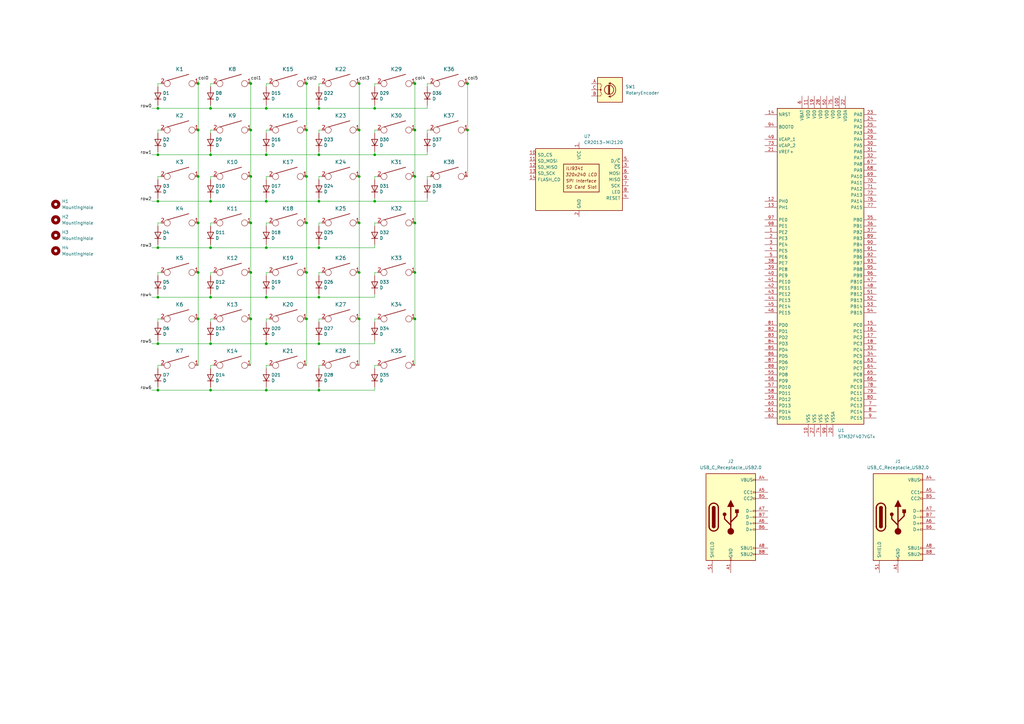
<source format=kicad_sch>
(kicad_sch (version 20211123) (generator eeschema)
  (paper "A3")
  (lib_symbols
    (symbol "Connector:USB_C_Receptacle_USB2.0" (pin_names (offset 1.016))
      (property "Reference" "J" (at -10.16 19.05 0))
      (property "Value" "USB_C_Receptacle_USB2.0" (at 19.05 19.05 0))
      (symbol "USB_C_Receptacle_USB2.0_0_0"
        (rectangle (start -0.254 -17.78) (end 0.254 -16.764))
        (rectangle (start 10.16 -14.986) (end 9.144 -15.494))
        (rectangle (start 10.16 -12.446) (end 9.144 -12.954))
        (rectangle (start 10.16 -4.826) (end 9.144 -5.334))
        (rectangle (start 10.16 -2.286) (end 9.144 -2.794))
        (rectangle (start 10.16 0.254) (end 9.144 -0.254))
        (rectangle (start 10.16 2.794) (end 9.144 2.286))
        (rectangle (start 10.16 7.874) (end 9.144 7.366))
        (rectangle (start 10.16 10.414) (end 9.144 9.906))
        (rectangle (start 10.16 15.494) (end 9.144 14.986))
      )
      (symbol "USB_C_Receptacle_USB2.0_0_1"
        (rectangle (start -10.16 17.78) (end 10.16 -17.78) (stroke (width 0.254)) (fill (type background)))
        (arc (start -8.89 -3.81) (mid -6.985 -5.715) (end -5.08 -3.81) (stroke (width 0.508)))
        (arc (start -7.62 -3.81) (mid -6.985 -4.445) (end -6.35 -3.81) (stroke (width 0.254)))
        (arc (start -7.62 -3.81) (mid -6.985 -4.445) (end -6.35 -3.81) (stroke (width 0.254)) (fill (type outline)))
        (rectangle (start -7.62 -3.81) (end -6.35 3.81) (stroke (width 0.254)) (fill (type outline)))
        (arc (start -6.35 3.81) (mid -6.985 4.445) (end -7.62 3.81) (stroke (width 0.254)))
        (arc (start -6.35 3.81) (mid -6.985 4.445) (end -7.62 3.81) (stroke (width 0.254)) (fill (type outline)))
        (arc (start -5.08 3.81) (mid -6.985 5.715) (end -8.89 3.81) (stroke (width 0.508)))
        (circle (center -2.54 1.143) (radius 0.635) (stroke (width 0.254)) (fill (type outline)))
        (circle (center 0 -5.842) (radius 1.27) (fill (type outline)))
        (polyline (pts (xy -8.89 -3.81) (xy -8.89 3.81)) (stroke (width 0.508)))
        (polyline (pts (xy -5.08 3.81) (xy -5.08 -3.81)) (stroke (width 0.508)))
        (polyline (pts (xy 0 -5.842) (xy 0 4.318)) (stroke (width 0.508)))
        (polyline (pts (xy 0 -3.302) (xy -2.54 -0.762) (xy -2.54 0.508)) (stroke (width 0.508)))
        (polyline (pts (xy 0 -2.032) (xy 2.54 0.508) (xy 2.54 1.778)) (stroke (width 0.508)))
        (polyline (pts (xy -1.27 4.318) (xy 0 6.858) (xy 1.27 4.318) (xy -1.27 4.318)) (stroke (width 0.254)) (fill (type outline)))
        (rectangle (start 1.905 1.778) (end 3.175 3.048) (stroke (width 0.254)) (fill (type outline)))
      )
      (symbol "USB_C_Receptacle_USB2.0_1_1"
        (pin passive line (at 0 -22.86 90) (length 5.08) (name "GND") (number "A1"))
        (pin passive line (at 0 -22.86 90) (length 5.08) hide (name "GND") (number "A12"))
        (pin passive line (at 15.24 15.24 180) (length 5.08) (name "VBUS") (number "A4"))
        (pin bidirectional line (at 15.24 10.16 180) (length 5.08) (name "CC1") (number "A5"))
        (pin bidirectional line (at 15.24 -2.54 180) (length 5.08) (name "D+") (number "A6"))
        (pin bidirectional line (at 15.24 2.54 180) (length 5.08) (name "D-") (number "A7"))
        (pin bidirectional line (at 15.24 -12.7 180) (length 5.08) (name "SBU1") (number "A8"))
        (pin passive line (at 15.24 15.24 180) (length 5.08) hide (name "VBUS") (number "A9"))
        (pin passive line (at 0 -22.86 90) (length 5.08) hide (name "GND") (number "B1"))
        (pin passive line (at 0 -22.86 90) (length 5.08) hide (name "GND") (number "B12"))
        (pin passive line (at 15.24 15.24 180) (length 5.08) hide (name "VBUS") (number "B4"))
        (pin bidirectional line (at 15.24 7.62 180) (length 5.08) (name "CC2") (number "B5"))
        (pin bidirectional line (at 15.24 -5.08 180) (length 5.08) (name "D+") (number "B6"))
        (pin bidirectional line (at 15.24 0 180) (length 5.08) (name "D-") (number "B7"))
        (pin bidirectional line (at 15.24 -15.24 180) (length 5.08) (name "SBU2") (number "B8"))
        (pin passive line (at 15.24 15.24 180) (length 5.08) hide (name "VBUS") (number "B9"))
        (pin passive line (at -7.62 -22.86 90) (length 5.08) (name "SHIELD") (number "S1"))
      )
    )
    (symbol "Device:RotaryEncoder" (pin_names (offset 0.254) hide)
      (property "Reference" "SW" (at 0 6.604 0))
      (property "Value" "RotaryEncoder" (at 0 -6.604 0))
      (symbol "RotaryEncoder_0_1"
        (rectangle (start -5.08 5.08) (end 5.08 -5.08) (stroke (width 0.254)) (fill (type background)))
        (circle (center -3.81 0) (radius 0.254) (fill (type outline)))
        (arc (start -0.381 -2.794) (mid 2.3622 -0.0508) (end -0.381 2.667) (stroke (width 0.254)))
        (circle (center -0.381 0) (radius 1.905) (stroke (width 0.254)))
        (polyline (pts (xy -0.635 -1.778) (xy -0.635 1.778)) (stroke (width 0.254)))
        (polyline (pts (xy -0.381 -1.778) (xy -0.381 1.778)) (stroke (width 0.254)))
        (polyline (pts (xy -0.127 1.778) (xy -0.127 -1.778)) (stroke (width 0.254)))
        (polyline (pts (xy -5.08 -2.54) (xy -3.81 -2.54) (xy -3.81 -2.032)))
        (polyline (pts (xy -5.08 2.54) (xy -3.81 2.54) (xy -3.81 2.032)))
        (polyline (pts (xy 0.254 -3.048) (xy -0.508 -2.794) (xy 0.127 -2.413)) (stroke (width 0.254)))
        (polyline (pts (xy 0.254 2.921) (xy -0.508 2.667) (xy 0.127 2.286)) (stroke (width 0.254)))
        (polyline (pts (xy -5.08 0) (xy -3.81 0) (xy -3.81 -1.016) (xy -3.302 -2.032)))
        (polyline (pts (xy -4.318 0) (xy -3.81 0) (xy -3.81 1.016) (xy -3.302 2.032)))
      )
      (symbol "RotaryEncoder_1_1"
        (pin passive line (at -7.62 2.54 0) (length 2.54) (name "A") (number "A"))
        (pin passive line (at -7.62 -2.54 0) (length 2.54) (name "B") (number "B"))
        (pin passive line (at -7.62 0 0) (length 2.54) (name "C") (number "C"))
      )
    )
    (symbol "Driver_Display:CR2013-MI2120" (pin_names (offset 0.762))
      (property "Reference" "U" (at -17.526 13.97 0))
      (property "Value" "CR2013-MI2120" (at 1.905 13.97 0))
      (symbol "CR2013-MI2120_0_0"
        (text "320x240 LCD" (at 0.889 2.032 0) (effects (font (size 1.27 1.27) italic)))
        (text "ILI9341" (at -5.461 4.572 0) (effects (font (size 1.27 1.27) italic) (justify left)))
        (text "SD Card Slot" (at -5.461 -3.048 0) (effects (font (size 1.27 1.27) italic) (justify left)))
        (text "SPI Interface" (at -5.461 -0.508 0) (effects (font (size 1.27 1.27) italic) (justify left)))
      )
      (symbol "CR2013-MI2120_0_1"
        (rectangle (start -17.78 12.7) (end 17.78 -12.7) (stroke (width 0.254)) (fill (type background)))
        (rectangle (start -6.35 6.35) (end 8.255 -5.08) (stroke (width 0.254)))
      )
      (symbol "CR2013-MI2120_1_1"
        (pin power_in line (at 0 15.24 270) (length 2.54) (name "VCC") (number "1"))
        (pin input line (at -20.32 10.16 0) (length 2.54) (name "SD_CS") (number "10"))
        (pin input line (at -20.32 7.62 0) (length 2.54) (name "SD_MOSI") (number "11"))
        (pin output line (at -20.32 5.08 0) (length 2.54) (name "SD_MISO") (number "12"))
        (pin input line (at -20.32 2.54 0) (length 2.54) (name "SD_SCK") (number "13"))
        (pin input line (at -20.32 0 0) (length 2.54) (name "FLASH_CD") (number "14"))
        (pin power_in line (at 0 -15.24 90) (length 2.54) (name "GND") (number "2"))
        (pin input line (at 20.32 5.08 180) (length 2.54) (name "~{CS}") (number "3"))
        (pin input line (at 20.32 -7.62 180) (length 2.54) (name "RESET") (number "4"))
        (pin input line (at 20.32 7.62 180) (length 2.54) (name "D/~{C}") (number "5"))
        (pin input line (at 20.32 2.54 180) (length 2.54) (name "MOSI") (number "6"))
        (pin input line (at 20.32 -2.54 180) (length 2.54) (name "SCK") (number "7"))
        (pin input line (at 20.32 -5.08 180) (length 2.54) (name "LED") (number "8"))
        (pin output line (at 20.32 0 180) (length 2.54) (name "MISO") (number "9"))
      )
    )
    (symbol "KBT1-rescue:D-Device" (pin_numbers hide) (pin_names (offset 1.016) hide)
      (property "Reference" "D" (at 0 2.54 0))
      (property "Value" "D-Device" (at 0 -2.54 0))
      (symbol "D-Device_0_1"
        (polyline (pts (xy -1.27 1.27) (xy -1.27 -1.27)) (stroke (width 0.254)))
        (polyline (pts (xy 1.27 0) (xy -1.27 0)))
        (polyline (pts (xy 1.27 1.27) (xy 1.27 -1.27) (xy -1.27 0) (xy 1.27 1.27)) (stroke (width 0.254)))
      )
      (symbol "D-Device_1_1"
        (pin passive line (at -3.81 0 0) (length 2.54) (name "K") (number "1"))
        (pin passive line (at 3.81 0 180) (length 2.54) (name "A") (number "2"))
      )
    )
    (symbol "KBT1-rescue:KEYSW-keyboard_parts" (pin_names (offset 1.016))
      (property "Reference" "K?" (at -1.27 0 0))
      (symbol "KEYSW-keyboard_parts_0_1"
        (circle (center -5.08 0) (radius 1.27))
        (polyline (pts (xy -5.08 1.27) (xy 3.81 3.81)) (stroke (width 0.254)))
        (circle (center 5.08 0) (radius 1.27))
      )
      (symbol "KEYSW-keyboard_parts_1_1"
        (pin passive line (at 7.62 0 180) (length 1.27) (name "~") (number "1"))
        (pin passive line (at -7.62 0 0) (length 1.27) (name "~") (number "2"))
      )
    )
    (symbol "MCU_ST_STM32F4:STM32F407VGTx"
      (property "Reference" "U" (at -17.78 64.77 0))
      (property "Value" "STM32F407VGTx" (at 12.7 64.77 0))
      (symbol "STM32F407VGTx_0_1"
        (rectangle (start -17.78 -66.04) (end 17.78 63.5) (stroke (width 0.254)) (fill (type background)))
      )
      (symbol "STM32F407VGTx_1_1"
        (pin bidirectional line (at -22.86 12.7 0) (length 5.08) (name "PE2") (number "1"))
        (pin power_in line (at -5.08 -71.12 90) (length 5.08) (name "VSS") (number "10"))
        (pin power_in line (at 7.62 68.58 270) (length 5.08) (name "VDD") (number "100"))
        (pin power_in line (at -5.08 68.58 270) (length 5.08) (name "VDD") (number "11"))
        (pin input line (at -22.86 25.4 0) (length 5.08) (name "PH0") (number "12"))
        (pin input line (at -22.86 22.86 0) (length 5.08) (name "PH1") (number "13"))
        (pin input line (at -22.86 60.96 0) (length 5.08) (name "NRST") (number "14"))
        (pin bidirectional line (at 22.86 -25.4 180) (length 5.08) (name "PC0") (number "15"))
        (pin bidirectional line (at 22.86 -27.94 180) (length 5.08) (name "PC1") (number "16"))
        (pin bidirectional line (at 22.86 -30.48 180) (length 5.08) (name "PC2") (number "17"))
        (pin bidirectional line (at 22.86 -33.02 180) (length 5.08) (name "PC3") (number "18"))
        (pin power_in line (at -2.54 68.58 270) (length 5.08) (name "VDD") (number "19"))
        (pin bidirectional line (at -22.86 10.16 0) (length 5.08) (name "PE3") (number "2"))
        (pin power_in line (at 5.08 -71.12 90) (length 5.08) (name "VSSA") (number "20"))
        (pin power_in line (at -22.86 45.72 0) (length 5.08) (name "VREF+") (number "21"))
        (pin power_in line (at 10.16 68.58 270) (length 5.08) (name "VDDA") (number "22"))
        (pin bidirectional line (at 22.86 60.96 180) (length 5.08) (name "PA0") (number "23"))
        (pin bidirectional line (at 22.86 58.42 180) (length 5.08) (name "PA1") (number "24"))
        (pin bidirectional line (at 22.86 55.88 180) (length 5.08) (name "PA2") (number "25"))
        (pin bidirectional line (at 22.86 53.34 180) (length 5.08) (name "PA3") (number "26"))
        (pin power_in line (at -2.54 -71.12 90) (length 5.08) (name "VSS") (number "27"))
        (pin power_in line (at 0 68.58 270) (length 5.08) (name "VDD") (number "28"))
        (pin bidirectional line (at 22.86 50.8 180) (length 5.08) (name "PA4") (number "29"))
        (pin bidirectional line (at -22.86 7.62 0) (length 5.08) (name "PE4") (number "3"))
        (pin bidirectional line (at 22.86 48.26 180) (length 5.08) (name "PA5") (number "30"))
        (pin bidirectional line (at 22.86 45.72 180) (length 5.08) (name "PA6") (number "31"))
        (pin bidirectional line (at 22.86 43.18 180) (length 5.08) (name "PA7") (number "32"))
        (pin bidirectional line (at 22.86 -35.56 180) (length 5.08) (name "PC4") (number "33"))
        (pin bidirectional line (at 22.86 -38.1 180) (length 5.08) (name "PC5") (number "34"))
        (pin bidirectional line (at 22.86 17.78 180) (length 5.08) (name "PB0") (number "35"))
        (pin bidirectional line (at 22.86 15.24 180) (length 5.08) (name "PB1") (number "36"))
        (pin bidirectional line (at 22.86 12.7 180) (length 5.08) (name "PB2") (number "37"))
        (pin bidirectional line (at -22.86 0 0) (length 5.08) (name "PE7") (number "38"))
        (pin bidirectional line (at -22.86 -2.54 0) (length 5.08) (name "PE8") (number "39"))
        (pin bidirectional line (at -22.86 5.08 0) (length 5.08) (name "PE5") (number "4"))
        (pin bidirectional line (at -22.86 -5.08 0) (length 5.08) (name "PE9") (number "40"))
        (pin bidirectional line (at -22.86 -7.62 0) (length 5.08) (name "PE10") (number "41"))
        (pin bidirectional line (at -22.86 -10.16 0) (length 5.08) (name "PE11") (number "42"))
        (pin bidirectional line (at -22.86 -12.7 0) (length 5.08) (name "PE12") (number "43"))
        (pin bidirectional line (at -22.86 -15.24 0) (length 5.08) (name "PE13") (number "44"))
        (pin bidirectional line (at -22.86 -17.78 0) (length 5.08) (name "PE14") (number "45"))
        (pin bidirectional line (at -22.86 -20.32 0) (length 5.08) (name "PE15") (number "46"))
        (pin bidirectional line (at 22.86 -7.62 180) (length 5.08) (name "PB10") (number "47"))
        (pin bidirectional line (at 22.86 -10.16 180) (length 5.08) (name "PB11") (number "48"))
        (pin power_in line (at -22.86 50.8 0) (length 5.08) (name "VCAP_1") (number "49"))
        (pin bidirectional line (at -22.86 2.54 0) (length 5.08) (name "PE6") (number "5"))
        (pin power_in line (at 2.54 68.58 270) (length 5.08) (name "VDD") (number "50"))
        (pin bidirectional line (at 22.86 -12.7 180) (length 5.08) (name "PB12") (number "51"))
        (pin bidirectional line (at 22.86 -15.24 180) (length 5.08) (name "PB13") (number "52"))
        (pin bidirectional line (at 22.86 -17.78 180) (length 5.08) (name "PB14") (number "53"))
        (pin bidirectional line (at 22.86 -20.32 180) (length 5.08) (name "PB15") (number "54"))
        (pin bidirectional line (at -22.86 -45.72 0) (length 5.08) (name "PD8") (number "55"))
        (pin bidirectional line (at -22.86 -48.26 0) (length 5.08) (name "PD9") (number "56"))
        (pin bidirectional line (at -22.86 -50.8 0) (length 5.08) (name "PD10") (number "57"))
        (pin bidirectional line (at -22.86 -53.34 0) (length 5.08) (name "PD11") (number "58"))
        (pin bidirectional line (at -22.86 -55.88 0) (length 5.08) (name "PD12") (number "59"))
        (pin power_in line (at -7.62 68.58 270) (length 5.08) (name "VBAT") (number "6"))
        (pin bidirectional line (at -22.86 -58.42 0) (length 5.08) (name "PD13") (number "60"))
        (pin bidirectional line (at -22.86 -60.96 0) (length 5.08) (name "PD14") (number "61"))
        (pin bidirectional line (at -22.86 -63.5 0) (length 5.08) (name "PD15") (number "62"))
        (pin bidirectional line (at 22.86 -40.64 180) (length 5.08) (name "PC6") (number "63"))
        (pin bidirectional line (at 22.86 -43.18 180) (length 5.08) (name "PC7") (number "64"))
        (pin bidirectional line (at 22.86 -45.72 180) (length 5.08) (name "PC8") (number "65"))
        (pin bidirectional line (at 22.86 -48.26 180) (length 5.08) (name "PC9") (number "66"))
        (pin bidirectional line (at 22.86 40.64 180) (length 5.08) (name "PA8") (number "67"))
        (pin bidirectional line (at 22.86 38.1 180) (length 5.08) (name "PA9") (number "68"))
        (pin bidirectional line (at 22.86 35.56 180) (length 5.08) (name "PA10") (number "69"))
        (pin bidirectional line (at 22.86 -58.42 180) (length 5.08) (name "PC13") (number "7"))
        (pin bidirectional line (at 22.86 33.02 180) (length 5.08) (name "PA11") (number "70"))
        (pin bidirectional line (at 22.86 30.48 180) (length 5.08) (name "PA12") (number "71"))
        (pin bidirectional line (at 22.86 27.94 180) (length 5.08) (name "PA13") (number "72"))
        (pin power_in line (at -22.86 48.26 0) (length 5.08) (name "VCAP_2") (number "73"))
        (pin power_in line (at 0 -71.12 90) (length 5.08) (name "VSS") (number "74"))
        (pin power_in line (at 5.08 68.58 270) (length 5.08) (name "VDD") (number "75"))
        (pin bidirectional line (at 22.86 25.4 180) (length 5.08) (name "PA14") (number "76"))
        (pin bidirectional line (at 22.86 22.86 180) (length 5.08) (name "PA15") (number "77"))
        (pin bidirectional line (at 22.86 -50.8 180) (length 5.08) (name "PC10") (number "78"))
        (pin bidirectional line (at 22.86 -53.34 180) (length 5.08) (name "PC11") (number "79"))
        (pin bidirectional line (at 22.86 -60.96 180) (length 5.08) (name "PC14") (number "8"))
        (pin bidirectional line (at 22.86 -55.88 180) (length 5.08) (name "PC12") (number "80"))
        (pin bidirectional line (at -22.86 -25.4 0) (length 5.08) (name "PD0") (number "81"))
        (pin bidirectional line (at -22.86 -27.94 0) (length 5.08) (name "PD1") (number "82"))
        (pin bidirectional line (at -22.86 -30.48 0) (length 5.08) (name "PD2") (number "83"))
        (pin bidirectional line (at -22.86 -33.02 0) (length 5.08) (name "PD3") (number "84"))
        (pin bidirectional line (at -22.86 -35.56 0) (length 5.08) (name "PD4") (number "85"))
        (pin bidirectional line (at -22.86 -38.1 0) (length 5.08) (name "PD5") (number "86"))
        (pin bidirectional line (at -22.86 -40.64 0) (length 5.08) (name "PD6") (number "87"))
        (pin bidirectional line (at -22.86 -43.18 0) (length 5.08) (name "PD7") (number "88"))
        (pin bidirectional line (at 22.86 10.16 180) (length 5.08) (name "PB3") (number "89"))
        (pin bidirectional line (at 22.86 -63.5 180) (length 5.08) (name "PC15") (number "9"))
        (pin bidirectional line (at 22.86 7.62 180) (length 5.08) (name "PB4") (number "90"))
        (pin bidirectional line (at 22.86 5.08 180) (length 5.08) (name "PB5") (number "91"))
        (pin bidirectional line (at 22.86 2.54 180) (length 5.08) (name "PB6") (number "92"))
        (pin bidirectional line (at 22.86 0 180) (length 5.08) (name "PB7") (number "93"))
        (pin input line (at -22.86 55.88 0) (length 5.08) (name "BOOT0") (number "94"))
        (pin bidirectional line (at 22.86 -2.54 180) (length 5.08) (name "PB8") (number "95"))
        (pin bidirectional line (at 22.86 -5.08 180) (length 5.08) (name "PB9") (number "96"))
        (pin bidirectional line (at -22.86 17.78 0) (length 5.08) (name "PE0") (number "97"))
        (pin bidirectional line (at -22.86 15.24 0) (length 5.08) (name "PE1") (number "98"))
        (pin power_in line (at 2.54 -71.12 90) (length 5.08) (name "VSS") (number "99"))
      )
    )
    (symbol "Mechanical:MountingHole" (pin_names (offset 1.016))
      (property "Reference" "H" (at 0 5.08 0))
      (property "Value" "MountingHole" (at 0 3.175 0))
      (symbol "MountingHole_0_1"
        (circle (center 0 0) (radius 1.27) (stroke (width 1.27)))
      )
    )
  )
  (junction (at 125.73 53.34))
  (junction (at 130.81 63.5))
  (junction (at 86.36 140.97))
  (junction (at 64.77 160.02))
  (junction (at 102.87 91.44))
  (junction (at 170.18 130.81))
  (junction (at 147.32 91.44))
  (junction (at 125.73 130.81))
  (junction (at 109.22 82.55))
  (junction (at 125.73 111.76))
  (junction (at 86.36 63.5))
  (junction (at 64.77 44.45))
  (junction (at 153.67 63.5))
  (junction (at 86.36 101.6))
  (junction (at 86.36 160.02))
  (junction (at 109.22 121.92))
  (junction (at 109.22 140.97))
  (junction (at 102.87 111.76))
  (junction (at 81.28 53.34))
  (junction (at 81.28 34.29))
  (junction (at 130.81 101.6))
  (junction (at 153.67 44.45))
  (junction (at 147.32 34.29))
  (junction (at 81.28 72.39))
  (junction (at 125.73 91.44))
  (junction (at 147.32 53.34))
  (junction (at 109.22 44.45))
  (junction (at 125.73 34.29))
  (junction (at 170.18 34.29))
  (junction (at 102.87 53.34))
  (junction (at 109.22 101.6))
  (junction (at 130.81 44.45))
  (junction (at 109.22 63.5))
  (junction (at 130.81 82.55))
  (junction (at 81.28 91.44))
  (junction (at 170.18 72.39))
  (junction (at 64.77 101.6))
  (junction (at 64.77 121.92))
  (junction (at 130.81 140.97))
  (junction (at 191.77 34.29))
  (junction (at 170.18 53.34))
  (junction (at 170.18 111.76))
  (junction (at 86.36 44.45))
  (junction (at 64.77 140.97))
  (junction (at 130.81 121.92))
  (junction (at 191.77 53.34))
  (junction (at 130.81 160.02))
  (junction (at 86.36 82.55))
  (junction (at 147.32 111.76))
  (junction (at 102.87 72.39))
  (junction (at 153.67 82.55))
  (junction (at 102.87 34.29))
  (junction (at 86.36 121.92))
  (junction (at 147.32 130.81))
  (junction (at 125.73 72.39))
  (junction (at 170.18 91.44))
  (junction (at 109.22 160.02))
  (junction (at 102.87 130.81))
  (junction (at 64.77 82.55))
  (junction (at 64.77 63.5))
  (junction (at 81.28 111.76))
  (junction (at 81.28 130.81))
  (junction (at 147.32 72.39))
  (wire (pts (xy 66.04 34.29) (xy 64.77 34.29)))
  (wire (pts (xy 130.81 91.44) (xy 130.81 92.71)))
  (wire (pts (xy 86.36 101.6) (xy 109.22 101.6)))
  (wire (pts (xy 153.67 130.81) (xy 153.67 132.08)))
  (wire (pts (xy 64.77 140.97) (xy 62.23 140.97)))
  (wire (pts (xy 170.18 91.44) (xy 170.18 111.76)))
  (wire (pts (xy 86.36 81.28) (xy 86.36 82.55)))
  (wire (pts (xy 153.67 34.29) (xy 153.67 35.56)))
  (wire (pts (xy 64.77 91.44) (xy 64.77 92.71)))
  (wire (pts (xy 64.77 62.23) (xy 64.77 63.5)))
  (wire (pts (xy 110.49 111.76) (xy 109.22 111.76)))
  (wire (pts (xy 110.49 72.39) (xy 109.22 72.39)))
  (wire (pts (xy 64.77 121.92) (xy 86.36 121.92)))
  (wire (pts (xy 86.36 34.29) (xy 86.36 35.56)))
  (wire (pts (xy 81.28 111.76) (xy 81.28 130.81)))
  (wire (pts (xy 130.81 53.34) (xy 130.81 54.61)))
  (wire (pts (xy 81.28 53.34) (xy 81.28 72.39)))
  (wire (pts (xy 130.81 121.92) (xy 153.67 121.92)))
  (wire (pts (xy 109.22 44.45) (xy 130.81 44.45)))
  (wire (pts (xy 154.94 149.86) (xy 153.67 149.86)))
  (wire (pts (xy 130.81 158.75) (xy 130.81 160.02)))
  (wire (pts (xy 130.81 101.6) (xy 153.67 101.6)))
  (wire (pts (xy 64.77 100.33) (xy 64.77 101.6)))
  (wire (pts (xy 147.32 130.81) (xy 147.32 149.86)))
  (wire (pts (xy 102.87 33.02) (xy 102.87 34.29)))
  (wire (pts (xy 176.53 34.29) (xy 175.26 34.29)))
  (wire (pts (xy 125.73 130.81) (xy 125.73 149.86)))
  (wire (pts (xy 109.22 43.18) (xy 109.22 44.45)))
  (wire (pts (xy 64.77 149.86) (xy 64.77 151.13)))
  (wire (pts (xy 64.77 160.02) (xy 86.36 160.02)))
  (wire (pts (xy 102.87 130.81) (xy 102.87 149.86)))
  (wire (pts (xy 154.94 72.39) (xy 153.67 72.39)))
  (wire (pts (xy 109.22 160.02) (xy 130.81 160.02)))
  (wire (pts (xy 86.36 44.45) (xy 109.22 44.45)))
  (wire (pts (xy 130.81 111.76) (xy 130.81 113.03)))
  (wire (pts (xy 154.94 34.29) (xy 153.67 34.29)))
  (wire (pts (xy 130.81 63.5) (xy 153.67 63.5)))
  (wire (pts (xy 153.67 62.23) (xy 153.67 63.5)))
  (wire (pts (xy 130.81 120.65) (xy 130.81 121.92)))
  (wire (pts (xy 110.49 91.44) (xy 109.22 91.44)))
  (wire (pts (xy 81.28 91.44) (xy 81.28 111.76)))
  (wire (pts (xy 87.63 149.86) (xy 86.36 149.86)))
  (wire (pts (xy 64.77 120.65) (xy 64.77 121.92)))
  (wire (pts (xy 64.77 140.97) (xy 86.36 140.97)))
  (wire (pts (xy 130.81 82.55) (xy 153.67 82.55)))
  (wire (pts (xy 86.36 140.97) (xy 109.22 140.97)))
  (wire (pts (xy 86.36 158.75) (xy 86.36 160.02)))
  (wire (pts (xy 110.49 34.29) (xy 109.22 34.29)))
  (wire (pts (xy 109.22 91.44) (xy 109.22 92.71)))
  (wire (pts (xy 130.81 44.45) (xy 153.67 44.45)))
  (wire (pts (xy 125.73 72.39) (xy 125.73 91.44)))
  (wire (pts (xy 153.67 100.33) (xy 153.67 101.6)))
  (wire (pts (xy 66.04 91.44) (xy 64.77 91.44)))
  (wire (pts (xy 153.67 111.76) (xy 153.67 113.03)))
  (wire (pts (xy 64.77 44.45) (xy 86.36 44.45)))
  (wire (pts (xy 147.32 34.29) (xy 147.32 53.34)))
  (wire (pts (xy 154.94 53.34) (xy 153.67 53.34)))
  (wire (pts (xy 86.36 72.39) (xy 86.36 73.66)))
  (wire (pts (xy 130.81 43.18) (xy 130.81 44.45)))
  (wire (pts (xy 130.81 81.28) (xy 130.81 82.55)))
  (wire (pts (xy 132.08 111.76) (xy 130.81 111.76)))
  (wire (pts (xy 86.36 130.81) (xy 86.36 132.08)))
  (wire (pts (xy 86.36 91.44) (xy 86.36 92.71)))
  (wire (pts (xy 130.81 140.97) (xy 153.67 140.97)))
  (wire (pts (xy 153.67 139.7) (xy 153.67 140.97)))
  (wire (pts (xy 125.73 111.76) (xy 125.73 130.81)))
  (wire (pts (xy 66.04 130.81) (xy 64.77 130.81)))
  (wire (pts (xy 154.94 91.44) (xy 153.67 91.44)))
  (wire (pts (xy 109.22 101.6) (xy 130.81 101.6)))
  (wire (pts (xy 64.77 72.39) (xy 64.77 73.66)))
  (wire (pts (xy 86.36 100.33) (xy 86.36 101.6)))
  (wire (pts (xy 176.53 72.39) (xy 175.26 72.39)))
  (wire (pts (xy 153.67 72.39) (xy 153.67 73.66)))
  (wire (pts (xy 109.22 149.86) (xy 109.22 151.13)))
  (wire (pts (xy 147.32 111.76) (xy 147.32 130.81)))
  (wire (pts (xy 175.26 81.28) (xy 175.26 82.55)))
  (wire (pts (xy 109.22 139.7) (xy 109.22 140.97)))
  (wire (pts (xy 110.49 130.81) (xy 109.22 130.81)))
  (wire (pts (xy 125.73 91.44) (xy 125.73 111.76)))
  (wire (pts (xy 125.73 53.34) (xy 125.73 72.39)))
  (wire (pts (xy 64.77 101.6) (xy 62.23 101.6)))
  (wire (pts (xy 66.04 149.86) (xy 64.77 149.86)))
  (wire (pts (xy 86.36 63.5) (xy 109.22 63.5)))
  (wire (pts (xy 191.77 34.29) (xy 191.77 53.34)))
  (wire (pts (xy 87.63 91.44) (xy 86.36 91.44)))
  (wire (pts (xy 153.67 91.44) (xy 153.67 92.71)))
  (wire (pts (xy 109.22 63.5) (xy 130.81 63.5)))
  (wire (pts (xy 154.94 130.81) (xy 153.67 130.81)))
  (wire (pts (xy 86.36 160.02) (xy 109.22 160.02)))
  (wire (pts (xy 132.08 149.86) (xy 130.81 149.86)))
  (wire (pts (xy 109.22 82.55) (xy 130.81 82.55)))
  (wire (pts (xy 102.87 111.76) (xy 102.87 130.81)))
  (wire (pts (xy 109.22 130.81) (xy 109.22 132.08)))
  (wire (pts (xy 86.36 82.55) (xy 109.22 82.55)))
  (wire (pts (xy 109.22 158.75) (xy 109.22 160.02)))
  (wire (pts (xy 64.77 158.75) (xy 64.77 160.02)))
  (wire (pts (xy 87.63 111.76) (xy 86.36 111.76)))
  (wire (pts (xy 102.87 91.44) (xy 102.87 111.76)))
  (wire (pts (xy 130.81 130.81) (xy 130.81 132.08)))
  (wire (pts (xy 153.67 53.34) (xy 153.67 54.61)))
  (wire (pts (xy 86.36 111.76) (xy 86.36 113.03)))
  (wire (pts (xy 64.77 34.29) (xy 64.77 35.56)))
  (wire (pts (xy 175.26 34.29) (xy 175.26 35.56)))
  (wire (pts (xy 81.28 72.39) (xy 81.28 91.44)))
  (wire (pts (xy 64.77 121.92) (xy 62.23 121.92)))
  (wire (pts (xy 109.22 62.23) (xy 109.22 63.5)))
  (wire (pts (xy 191.77 53.34) (xy 191.77 72.39)))
  (wire (pts (xy 86.36 62.23) (xy 86.36 63.5)))
  (wire (pts (xy 170.18 33.02) (xy 170.18 34.29)))
  (wire (pts (xy 66.04 111.76) (xy 64.77 111.76)))
  (wire (pts (xy 153.67 44.45) (xy 175.26 44.45)))
  (wire (pts (xy 175.26 53.34) (xy 175.26 54.61)))
  (wire (pts (xy 130.81 139.7) (xy 130.81 140.97)))
  (wire (pts (xy 154.94 111.76) (xy 153.67 111.76)))
  (wire (pts (xy 66.04 53.34) (xy 64.77 53.34)))
  (wire (pts (xy 81.28 34.29) (xy 81.28 53.34)))
  (wire (pts (xy 64.77 82.55) (xy 86.36 82.55)))
  (wire (pts (xy 130.81 160.02) (xy 153.67 160.02)))
  (wire (pts (xy 64.77 44.45) (xy 62.23 44.45)))
  (wire (pts (xy 153.67 158.75) (xy 153.67 160.02)))
  (wire (pts (xy 86.36 120.65) (xy 86.36 121.92)))
  (wire (pts (xy 87.63 53.34) (xy 86.36 53.34)))
  (wire (pts (xy 64.77 63.5) (xy 62.23 63.5)))
  (wire (pts (xy 64.77 81.28) (xy 64.77 82.55)))
  (wire (pts (xy 109.22 81.28) (xy 109.22 82.55)))
  (wire (pts (xy 132.08 130.81) (xy 130.81 130.81)))
  (wire (pts (xy 64.77 139.7) (xy 64.77 140.97)))
  (wire (pts (xy 109.22 111.76) (xy 109.22 113.03)))
  (wire (pts (xy 87.63 130.81) (xy 86.36 130.81)))
  (wire (pts (xy 175.26 62.23) (xy 175.26 63.5)))
  (wire (pts (xy 170.18 53.34) (xy 170.18 72.39)))
  (wire (pts (xy 64.77 82.55) (xy 62.23 82.55)))
  (wire (pts (xy 170.18 34.29) (xy 170.18 53.34)))
  (wire (pts (xy 86.36 149.86) (xy 86.36 151.13)))
  (wire (pts (xy 153.67 120.65) (xy 153.67 121.92)))
  (wire (pts (xy 191.77 33.02) (xy 191.77 34.29)))
  (wire (pts (xy 125.73 34.29) (xy 125.73 53.34)))
  (wire (pts (xy 132.08 72.39) (xy 130.81 72.39)))
  (wire (pts (xy 147.32 53.34) (xy 147.32 72.39)))
  (wire (pts (xy 153.67 81.28) (xy 153.67 82.55)))
  (wire (pts (xy 153.67 149.86) (xy 153.67 151.13)))
  (wire (pts (xy 110.49 53.34) (xy 109.22 53.34)))
  (wire (pts (xy 86.36 121.92) (xy 109.22 121.92)))
  (wire (pts (xy 87.63 34.29) (xy 86.36 34.29)))
  (wire (pts (xy 130.81 62.23) (xy 130.81 63.5)))
  (wire (pts (xy 153.67 82.55) (xy 175.26 82.55)))
  (wire (pts (xy 109.22 72.39) (xy 109.22 73.66)))
  (wire (pts (xy 175.26 43.18) (xy 175.26 44.45)))
  (wire (pts (xy 153.67 43.18) (xy 153.67 44.45)))
  (wire (pts (xy 132.08 34.29) (xy 130.81 34.29)))
  (wire (pts (xy 132.08 53.34) (xy 130.81 53.34)))
  (wire (pts (xy 109.22 100.33) (xy 109.22 101.6)))
  (wire (pts (xy 170.18 130.81) (xy 170.18 149.86)))
  (wire (pts (xy 109.22 120.65) (xy 109.22 121.92)))
  (wire (pts (xy 81.28 130.81) (xy 81.28 149.86)))
  (wire (pts (xy 109.22 53.34) (xy 109.22 54.61)))
  (wire (pts (xy 64.77 43.18) (xy 64.77 44.45)))
  (wire (pts (xy 64.77 101.6) (xy 86.36 101.6)))
  (wire (pts (xy 64.77 160.02) (xy 62.23 160.02)))
  (wire (pts (xy 64.77 53.34) (xy 64.77 54.61)))
  (wire (pts (xy 109.22 121.92) (xy 130.81 121.92)))
  (wire (pts (xy 102.87 53.34) (xy 102.87 72.39)))
  (wire (pts (xy 81.28 33.02) (xy 81.28 34.29)))
  (wire (pts (xy 125.73 33.02) (xy 125.73 34.29)))
  (wire (pts (xy 64.77 130.81) (xy 64.77 132.08)))
  (wire (pts (xy 130.81 72.39) (xy 130.81 73.66)))
  (wire (pts (xy 147.32 33.02) (xy 147.32 34.29)))
  (wire (pts (xy 109.22 34.29) (xy 109.22 35.56)))
  (wire (pts (xy 153.67 63.5) (xy 175.26 63.5)))
  (wire (pts (xy 130.81 149.86) (xy 130.81 151.13)))
  (wire (pts (xy 102.87 72.39) (xy 102.87 91.44)))
  (wire (pts (xy 87.63 72.39) (xy 86.36 72.39)))
  (wire (pts (xy 147.32 72.39) (xy 147.32 91.44)))
  (wire (pts (xy 109.22 140.97) (xy 130.81 140.97)))
  (wire (pts (xy 130.81 100.33) (xy 130.81 101.6)))
  (wire (pts (xy 86.36 53.34) (xy 86.36 54.61)))
  (wire (pts (xy 102.87 34.29) (xy 102.87 53.34)))
  (wire (pts (xy 170.18 72.39) (xy 170.18 91.44)))
  (wire (pts (xy 147.32 91.44) (xy 147.32 111.76)))
  (wire (pts (xy 64.77 63.5) (xy 86.36 63.5)))
  (wire (pts (xy 64.77 111.76) (xy 64.77 113.03)))
  (wire (pts (xy 176.53 53.34) (xy 175.26 53.34)))
  (wire (pts (xy 132.08 91.44) (xy 130.81 91.44)))
  (wire (pts (xy 170.18 111.76) (xy 170.18 130.81)))
  (wire (pts (xy 66.04 72.39) (xy 64.77 72.39)))
  (wire (pts (xy 86.36 43.18) (xy 86.36 44.45)))
  (wire (pts (xy 175.26 72.39) (xy 175.26 73.66)))
  (wire (pts (xy 130.81 34.29) (xy 130.81 35.56)))
  (wire (pts (xy 86.36 139.7) (xy 86.36 140.97)))
  (wire (pts (xy 110.49 149.86) (xy 109.22 149.86)))
  (label "col4" (at 170.18 33.02 0))
  (label "row6" (at 62.23 160.02 180))
  (label "row4" (at 62.23 121.92 180))
  (label "col5" (at 191.77 33.02 0))
  (label "row3" (at 62.23 101.6 180))
  (label "row0" (at 62.23 44.45 180))
  (label "col0" (at 81.28 33.02 0))
  (label "row5" (at 62.23 140.97 180))
  (label "col1" (at 102.87 33.02 0))
  (label "col3" (at 147.32 33.02 0))
  (label "row1" (at 62.23 63.5 180))
  (label "row2" (at 62.23 82.55 180))
  (label "col2" (at 125.73 33.02 0))
  (symbol (lib_id "KBT1-rescue:D-Device") (at 64.77 39.37 90) (unit 1)
    (property "Reference" "D1" (at 66.802 38.2016 90) (effects (justify right)))
    (property "Value" "D" (at 66.802 40.513 90) (effects (justify right)))
    (property "Footprint" "Diode_THT:D_DO-35_SOD27_P7.62mm_Horizontal" (effects hide))
  )
  (symbol (lib_id "KBT1-rescue:KEYSW-keyboard_parts") (at 73.66 34.29 0) (unit 1)
    (property "Reference" "K1" (at 73.66 28.3718 0) (effects (font (size 1.524 1.524))))
    (property "Value" "KEYSW" (effects hide))
    (property "Footprint" "6:SW_Hotswap_Kailh_MX_plated" (effects hide))
  )
  (symbol (lib_id "KBT1-rescue:KEYSW-keyboard_parts") (at 95.25 34.29 0) (unit 1)
    (property "Reference" "K8" (at 95.25 28.3718 0) (effects (font (size 1.524 1.524))))
    (property "Value" "KEYSW" (effects hide))
    (property "Footprint" "6:SW_Hotswap_Kailh_MX_plated" (effects hide))
  )
  (symbol (lib_id "KBT1-rescue:D-Device") (at 86.36 39.37 90) (unit 1)
    (property "Reference" "D8" (at 88.392 38.2016 90) (effects (justify right)))
    (property "Value" "D" (at 88.392 40.513 90) (effects (justify right)))
    (property "Footprint" "Diode_THT:D_DO-35_SOD27_P7.62mm_Horizontal" (effects hide))
  )
  (symbol (lib_id "KBT1-rescue:KEYSW-keyboard_parts") (at 118.11 34.29 0) (unit 1)
    (property "Reference" "K15" (at 118.11 28.3718 0) (effects (font (size 1.524 1.524))))
    (property "Value" "KEYSW" (effects hide))
    (property "Footprint" "6:SW_Hotswap_Kailh_MX_plated" (effects hide))
  )
  (symbol (lib_id "KBT1-rescue:D-Device") (at 109.22 39.37 90) (unit 1)
    (property "Reference" "D15" (at 111.252 38.2016 90) (effects (justify right)))
    (property "Value" "D" (at 111.252 40.513 90) (effects (justify right)))
    (property "Footprint" "Diode_THT:D_DO-35_SOD27_P7.62mm_Horizontal" (effects hide))
  )
  (symbol (lib_id "KBT1-rescue:KEYSW-keyboard_parts") (at 139.7 34.29 0) (unit 1)
    (property "Reference" "K22" (at 139.7 28.3718 0) (effects (font (size 1.524 1.524))))
    (property "Value" "KEYSW" (effects hide))
    (property "Footprint" "6:SW_Hotswap_Kailh_MX_plated" (effects hide))
  )
  (symbol (lib_id "KBT1-rescue:D-Device") (at 130.81 39.37 90) (unit 1)
    (property "Reference" "D22" (at 132.842 38.2016 90) (effects (justify right)))
    (property "Value" "D" (at 132.842 40.513 90) (effects (justify right)))
    (property "Footprint" "Diode_THT:D_DO-35_SOD27_P7.62mm_Horizontal" (effects hide))
  )
  (symbol (lib_id "KBT1-rescue:KEYSW-keyboard_parts") (at 73.66 53.34 0) (unit 1)
    (property "Reference" "K2" (at 73.66 47.4218 0) (effects (font (size 1.524 1.524))))
    (property "Value" "KEYSW" (effects hide))
    (property "Footprint" "6:SW_Hotswap_Kailh_MX_plated" (effects hide))
  )
  (symbol (lib_id "KBT1-rescue:D-Device") (at 64.77 58.42 90) (unit 1)
    (property "Reference" "D2" (at 66.802 57.2516 90) (effects (justify right)))
    (property "Value" "D" (at 66.802 59.563 90) (effects (justify right)))
    (property "Footprint" "Diode_THT:D_DO-35_SOD27_P7.62mm_Horizontal" (effects hide))
  )
  (symbol (lib_id "KBT1-rescue:KEYSW-keyboard_parts") (at 95.25 53.34 0) (unit 1)
    (property "Reference" "K9" (at 95.25 47.4218 0) (effects (font (size 1.524 1.524))))
    (property "Value" "KEYSW" (effects hide))
    (property "Footprint" "6:SW_Hotswap_Kailh_MX_plated" (effects hide))
  )
  (symbol (lib_id "KBT1-rescue:D-Device") (at 86.36 58.42 90) (unit 1)
    (property "Reference" "D9" (at 88.392 57.2516 90) (effects (justify right)))
    (property "Value" "D" (at 88.392 59.563 90) (effects (justify right)))
    (property "Footprint" "Diode_THT:D_DO-35_SOD27_P7.62mm_Horizontal" (effects hide))
  )
  (symbol (lib_id "KBT1-rescue:KEYSW-keyboard_parts") (at 118.11 53.34 0) (unit 1)
    (property "Reference" "K16" (at 118.11 47.4218 0) (effects (font (size 1.524 1.524))))
    (property "Value" "KEYSW" (effects hide))
    (property "Footprint" "6:SW_Hotswap_Kailh_MX_plated" (effects hide))
  )
  (symbol (lib_id "KBT1-rescue:D-Device") (at 109.22 58.42 90) (unit 1)
    (property "Reference" "D16" (at 111.252 57.2516 90) (effects (justify right)))
    (property "Value" "D" (at 111.252 59.563 90) (effects (justify right)))
    (property "Footprint" "Diode_THT:D_DO-35_SOD27_P7.62mm_Horizontal" (effects hide))
  )
  (symbol (lib_id "KBT1-rescue:KEYSW-keyboard_parts") (at 139.7 53.34 0) (unit 1)
    (property "Reference" "K23" (at 139.7 47.4218 0) (effects (font (size 1.524 1.524))))
    (property "Value" "KEYSW" (effects hide))
    (property "Footprint" "6:SW_Hotswap_Kailh_MX_plated" (effects hide))
  )
  (symbol (lib_id "KBT1-rescue:D-Device") (at 130.81 58.42 90) (unit 1)
    (property "Reference" "D23" (at 132.842 57.2516 90) (effects (justify right)))
    (property "Value" "D" (at 132.842 59.563 90) (effects (justify right)))
    (property "Footprint" "Diode_THT:D_DO-35_SOD27_P7.62mm_Horizontal" (effects hide))
  )
  (symbol (lib_id "KBT1-rescue:KEYSW-keyboard_parts") (at 73.66 72.39 0) (unit 1)
    (property "Reference" "K3" (at 73.66 66.4718 0) (effects (font (size 1.524 1.524))))
    (property "Value" "KEYSW" (effects hide))
    (property "Footprint" "6:SW_Hotswap_Kailh_MX_plated" (effects hide))
  )
  (symbol (lib_id "KBT1-rescue:D-Device") (at 64.77 77.47 90) (unit 1)
    (property "Reference" "D3" (at 66.802 76.3016 90) (effects (justify right)))
    (property "Value" "D" (at 66.802 78.613 90) (effects (justify right)))
    (property "Footprint" "Diode_THT:D_DO-35_SOD27_P7.62mm_Horizontal" (effects hide))
  )
  (symbol (lib_id "KBT1-rescue:KEYSW-keyboard_parts") (at 95.25 72.39 0) (unit 1)
    (property "Reference" "K10" (at 95.25 66.4718 0) (effects (font (size 1.524 1.524))))
    (property "Value" "KEYSW" (effects hide))
    (property "Footprint" "6:SW_Hotswap_Kailh_MX_plated" (effects hide))
  )
  (symbol (lib_id "KBT1-rescue:D-Device") (at 86.36 77.47 90) (unit 1)
    (property "Reference" "D10" (at 88.392 76.3016 90) (effects (justify right)))
    (property "Value" "D" (at 88.392 78.613 90) (effects (justify right)))
    (property "Footprint" "Diode_THT:D_DO-35_SOD27_P7.62mm_Horizontal" (effects hide))
  )
  (symbol (lib_id "KBT1-rescue:KEYSW-keyboard_parts") (at 118.11 72.39 0) (unit 1)
    (property "Reference" "K17" (at 118.11 66.4718 0) (effects (font (size 1.524 1.524))))
    (property "Value" "KEYSW" (effects hide))
    (property "Footprint" "6:SW_Hotswap_Kailh_MX_plated" (effects hide))
  )
  (symbol (lib_id "KBT1-rescue:D-Device") (at 109.22 77.47 90) (unit 1)
    (property "Reference" "D17" (at 111.252 76.3016 90) (effects (justify right)))
    (property "Value" "D" (at 111.252 78.613 90) (effects (justify right)))
    (property "Footprint" "Diode_THT:D_DO-35_SOD27_P7.62mm_Horizontal" (effects hide))
  )
  (symbol (lib_id "KBT1-rescue:KEYSW-keyboard_parts") (at 139.7 72.39 0) (unit 1)
    (property "Reference" "K24" (at 139.7 66.4718 0) (effects (font (size 1.524 1.524))))
    (property "Value" "KEYSW" (effects hide))
    (property "Footprint" "6:SW_Hotswap_Kailh_MX_plated" (effects hide))
  )
  (symbol (lib_id "KBT1-rescue:D-Device") (at 130.81 77.47 90) (unit 1)
    (property "Reference" "D24" (at 132.842 76.3016 90) (effects (justify right)))
    (property "Value" "D" (at 132.842 78.613 90) (effects (justify right)))
    (property "Footprint" "Diode_THT:D_DO-35_SOD27_P7.62mm_Horizontal" (effects hide))
  )
  (symbol (lib_id "KBT1-rescue:KEYSW-keyboard_parts") (at 73.66 91.44 0) (unit 1)
    (property "Reference" "K4" (at 73.66 85.5218 0) (effects (font (size 1.524 1.524))))
    (property "Value" "KEYSW" (effects hide))
    (property "Footprint" "6:SW_Hotswap_Kailh_MX_plated" (effects hide))
  )
  (symbol (lib_id "KBT1-rescue:D-Device") (at 64.77 96.52 90) (unit 1)
    (property "Reference" "D4" (at 66.802 95.3516 90) (effects (justify right)))
    (property "Value" "D" (at 66.802 97.663 90) (effects (justify right)))
    (property "Footprint" "Diode_THT:D_DO-35_SOD27_P7.62mm_Horizontal" (effects hide))
  )
  (symbol (lib_id "KBT1-rescue:KEYSW-keyboard_parts") (at 95.25 91.44 0) (unit 1)
    (property "Reference" "K11" (at 95.25 85.5218 0) (effects (font (size 1.524 1.524))))
    (property "Value" "KEYSW" (effects hide))
    (property "Footprint" "6:SW_Hotswap_Kailh_MX_plated" (effects hide))
  )
  (symbol (lib_id "KBT1-rescue:D-Device") (at 86.36 96.52 90) (unit 1)
    (property "Reference" "D11" (at 88.392 95.3516 90) (effects (justify right)))
    (property "Value" "D" (at 88.392 97.663 90) (effects (justify right)))
    (property "Footprint" "Diode_THT:D_DO-35_SOD27_P7.62mm_Horizontal" (effects hide))
  )
  (symbol (lib_id "KBT1-rescue:KEYSW-keyboard_parts") (at 118.11 91.44 0) (unit 1)
    (property "Reference" "K18" (at 118.11 85.5218 0) (effects (font (size 1.524 1.524))))
    (property "Value" "KEYSW" (effects hide))
    (property "Footprint" "6:SW_Hotswap_Kailh_MX_plated" (effects hide))
  )
  (symbol (lib_id "KBT1-rescue:D-Device") (at 109.22 96.52 90) (unit 1)
    (property "Reference" "D18" (at 111.252 95.3516 90) (effects (justify right)))
    (property "Value" "D" (at 111.252 97.663 90) (effects (justify right)))
    (property "Footprint" "Diode_THT:D_DO-35_SOD27_P7.62mm_Horizontal" (effects hide))
  )
  (symbol (lib_id "KBT1-rescue:KEYSW-keyboard_parts") (at 139.7 91.44 0) (unit 1)
    (property "Reference" "K25" (at 139.7 85.5218 0) (effects (font (size 1.524 1.524))))
    (property "Value" "KEYSW" (effects hide))
    (property "Footprint" "6:SW_Hotswap_Kailh_MX_plated" (effects hide))
  )
  (symbol (lib_id "KBT1-rescue:D-Device") (at 130.81 96.52 90) (unit 1)
    (property "Reference" "D25" (at 132.842 95.3516 90) (effects (justify right)))
    (property "Value" "D" (at 132.842 97.663 90) (effects (justify right)))
    (property "Footprint" "Diode_THT:D_DO-35_SOD27_P7.62mm_Horizontal" (effects hide))
  )
  (symbol (lib_id "KBT1-rescue:KEYSW-keyboard_parts") (at 139.7 111.76 0) (unit 1)
    (property "Reference" "K26" (at 139.7 105.8418 0) (effects (font (size 1.524 1.524))))
    (property "Value" "KEYSW" (effects hide))
    (property "Footprint" "6:SW_Hotswap_Kailh_MX_plated" (effects hide))
  )
  (symbol (lib_id "Mechanical:MountingHole") (at 22.86 83.82 0) (unit 1)
    (property "Reference" "H1" (at 25.4 82.5499 0) (effects (justify left)))
    (property "Value" "MountingHole" (at 25.4 85.0899 0) (effects (justify left)))
    (property "Footprint" "MountingHole:MountingHole_2.7mm" (effects hide))
  )
  (symbol (lib_id "Connector:USB_C_Receptacle_USB2.0") (at 299.72 212.09 0) (unit 1)
    (property "Reference" "J2" (at 299.72 189.23 0))
    (property "Value" "USB_C_Receptacle_USB2.0" (at 299.72 191.77 0))
    (property "Datasheet" "https://www.usb.org/sites/default/files/documents/usb_type-c.zip" (effects hide))
  )
  (symbol (lib_id "KBT1-rescue:KEYSW-keyboard_parts") (at 73.66 149.86 0) (unit 1)
    (property "Reference" "K7" (at 73.66 143.9418 0) (effects (font (size 1.524 1.524))))
    (property "Value" "KEYSW" (effects hide))
    (property "Footprint" "6:SW_Hotswap_Kailh_MX_plated" (effects hide))
  )
  (symbol (lib_id "KBT1-rescue:KEYSW-keyboard_parts") (at 184.15 53.34 0) (unit 1)
    (property "Reference" "K37" (at 184.15 47.4218 0) (effects (font (size 1.524 1.524))))
    (property "Value" "KEYSW" (effects hide))
    (property "Footprint" "6:SW_Hotswap_Kailh_MX_plated" (effects hide))
  )
  (symbol (lib_id "KBT1-rescue:KEYSW-keyboard_parts") (at 184.15 72.39 0) (unit 1)
    (property "Reference" "K38" (at 184.15 66.4718 0) (effects (font (size 1.524 1.524))))
    (property "Value" "KEYSW" (effects hide))
    (property "Footprint" "6:SW_Hotswap_Kailh_MX_plated" (effects hide))
  )
  (symbol (lib_id "KBT1-rescue:KEYSW-keyboard_parts") (at 162.56 72.39 0) (unit 1)
    (property "Reference" "K31" (at 162.56 66.4718 0) (effects (font (size 1.524 1.524))))
    (property "Value" "KEYSW" (effects hide))
    (property "Footprint" "6:SW_Hotswap_Kailh_MX_plated" (effects hide))
  )
  (symbol (lib_id "KBT1-rescue:KEYSW-keyboard_parts") (at 118.11 130.81 0) (unit 1)
    (property "Reference" "K20" (at 118.11 124.8918 0) (effects (font (size 1.524 1.524))))
    (property "Value" "KEYSW" (effects hide))
    (property "Footprint" "6:SW_Hotswap_Kailh_MX_plated" (effects hide))
  )
  (symbol (lib_id "KBT1-rescue:KEYSW-keyboard_parts") (at 162.56 91.44 0) (unit 1)
    (property "Reference" "K32" (at 162.56 85.5218 0) (effects (font (size 1.524 1.524))))
    (property "Value" "KEYSW" (effects hide))
    (property "Footprint" "6:SW_Hotswap_Kailh_MX_plated" (effects hide))
  )
  (symbol (lib_id "KBT1-rescue:D-Device") (at 153.67 135.89 90) (unit 1)
    (property "Reference" "D34" (at 155.702 134.7216 90) (effects (justify right)))
    (property "Value" "D" (at 155.702 137.033 90) (effects (justify right)))
    (property "Footprint" "Diode_THT:D_DO-35_SOD27_P7.62mm_Horizontal" (effects hide))
  )
  (symbol (lib_id "KBT1-rescue:D-Device") (at 153.67 39.37 90) (unit 1)
    (property "Reference" "D29" (at 155.702 38.2016 90) (effects (justify right)))
    (property "Value" "D" (at 155.702 40.513 90) (effects (justify right)))
    (property "Footprint" "Diode_THT:D_DO-35_SOD27_P7.62mm_Horizontal" (effects hide))
  )
  (symbol (lib_id "KBT1-rescue:KEYSW-keyboard_parts") (at 162.56 34.29 0) (unit 1)
    (property "Reference" "K29" (at 162.56 28.3718 0) (effects (font (size 1.524 1.524))))
    (property "Value" "KEYSW" (effects hide))
    (property "Footprint" "6:SW_Hotswap_Kailh_MX_plated" (effects hide))
  )
  (symbol (lib_id "KBT1-rescue:D-Device") (at 64.77 116.84 90) (unit 1)
    (property "Reference" "D5" (at 66.802 115.6716 90) (effects (justify right)))
    (property "Value" "D" (at 66.802 117.983 90) (effects (justify right)))
    (property "Footprint" "Diode_THT:D_DO-35_SOD27_P7.62mm_Horizontal" (effects hide))
  )
  (symbol (lib_id "Connector:USB_C_Receptacle_USB2.0") (at 368.3 212.09 0) (unit 1)
    (property "Reference" "J1" (at 368.3 189.23 0))
    (property "Value" "USB_C_Receptacle_USB2.0" (at 368.3 191.77 0))
    (property "Datasheet" "https://www.usb.org/sites/default/files/documents/usb_type-c.zip" (effects hide))
  )
  (symbol (lib_id "KBT1-rescue:D-Device") (at 64.77 135.89 90) (unit 1)
    (property "Reference" "D6" (at 66.802 134.7216 90) (effects (justify right)))
    (property "Value" "D" (at 66.802 137.033 90) (effects (justify right)))
    (property "Footprint" "Diode_THT:D_DO-35_SOD27_P7.62mm_Horizontal" (effects hide))
  )
  (symbol (lib_id "KBT1-rescue:KEYSW-keyboard_parts") (at 73.66 111.76 0) (unit 1)
    (property "Reference" "K5" (at 73.66 105.8418 0) (effects (font (size 1.524 1.524))))
    (property "Value" "KEYSW" (effects hide))
    (property "Footprint" "6:SW_Hotswap_Kailh_MX_plated" (effects hide))
  )
  (symbol (lib_id "KBT1-rescue:KEYSW-keyboard_parts") (at 95.25 149.86 0) (unit 1)
    (property "Reference" "K14" (at 95.25 143.9418 0) (effects (font (size 1.524 1.524))))
    (property "Value" "KEYSW" (effects hide))
    (property "Footprint" "6:SW_Hotswap_Kailh_MX_plated" (effects hide))
  )
  (symbol (lib_id "Device:RotaryEncoder") (at 250.19 36.83 0) (unit 1)
    (property "Reference" "SW1" (at 256.54 35.5599 0) (effects (justify left)))
    (property "Value" "RotaryEncoder" (at 256.54 38.0999 0) (effects (justify left)))
  )
  (symbol (lib_id "KBT1-rescue:D-Device") (at 130.81 135.89 90) (unit 1)
    (property "Reference" "D27" (at 132.842 134.7216 90) (effects (justify right)))
    (property "Value" "D" (at 132.842 137.033 90) (effects (justify right)))
    (property "Footprint" "Diode_THT:D_DO-35_SOD27_P7.62mm_Horizontal" (effects hide))
  )
  (symbol (lib_id "KBT1-rescue:D-Device") (at 153.67 154.94 90) (unit 1)
    (property "Reference" "D35" (at 155.702 153.7716 90) (effects (justify right)))
    (property "Value" "D" (at 155.702 156.083 90) (effects (justify right)))
    (property "Footprint" "Diode_THT:D_DO-35_SOD27_P7.62mm_Horizontal" (effects hide))
  )
  (symbol (lib_id "KBT1-rescue:D-Device") (at 64.77 154.94 90) (unit 1)
    (property "Reference" "D7" (at 66.802 153.7716 90) (effects (justify right)))
    (property "Value" "D" (at 66.802 156.083 90) (effects (justify right)))
    (property "Footprint" "Diode_THT:D_DO-35_SOD27_P7.62mm_Horizontal" (effects hide))
  )
  (symbol (lib_id "KBT1-rescue:KEYSW-keyboard_parts") (at 95.25 130.81 0) (unit 1)
    (property "Reference" "K13" (at 95.25 124.8918 0) (effects (font (size 1.524 1.524))))
    (property "Value" "KEYSW" (effects hide))
    (property "Footprint" "6:SW_Hotswap_Kailh_MX_plated" (effects hide))
  )
  (symbol (lib_id "KBT1-rescue:KEYSW-keyboard_parts") (at 118.11 111.76 0) (unit 1)
    (property "Reference" "K19" (at 118.11 105.8418 0) (effects (font (size 1.524 1.524))))
    (property "Value" "KEYSW" (effects hide))
    (property "Footprint" "6:SW_Hotswap_Kailh_MX_plated" (effects hide))
  )
  (symbol (lib_id "Mechanical:MountingHole") (at 22.86 96.52 0) (unit 1)
    (property "Reference" "H3" (at 25.4 95.2499 0) (effects (justify left)))
    (property "Value" "MountingHole" (at 25.4 97.7899 0) (effects (justify left)))
    (property "Footprint" "MountingHole:MountingHole_2.7mm" (effects hide))
  )
  (symbol (lib_id "KBT1-rescue:KEYSW-keyboard_parts") (at 139.7 130.81 0) (unit 1)
    (property "Reference" "K27" (at 139.7 124.8918 0) (effects (font (size 1.524 1.524))))
    (property "Value" "KEYSW" (effects hide))
    (property "Footprint" "6:SW_Hotswap_Kailh_MX_plated" (effects hide))
  )
  (symbol (lib_id "KBT1-rescue:KEYSW-keyboard_parts") (at 162.56 111.76 0) (unit 1)
    (property "Reference" "K33" (at 162.56 105.8418 0) (effects (font (size 1.524 1.524))))
    (property "Value" "KEYSW" (effects hide))
    (property "Footprint" "6:SW_Hotswap_Kailh_MX_plated" (effects hide))
  )
  (symbol (lib_id "KBT1-rescue:D-Device") (at 153.67 77.47 90) (unit 1)
    (property "Reference" "D31" (at 155.702 76.3016 90) (effects (justify right)))
    (property "Value" "D" (at 155.702 78.613 90) (effects (justify right)))
    (property "Footprint" "Diode_THT:D_DO-35_SOD27_P7.62mm_Horizontal" (effects hide))
  )
  (symbol (lib_id "KBT1-rescue:D-Device") (at 130.81 154.94 90) (unit 1)
    (property "Reference" "D28" (at 132.842 153.7716 90) (effects (justify right)))
    (property "Value" "D" (at 132.842 156.083 90) (effects (justify right)))
    (property "Footprint" "Diode_THT:D_DO-35_SOD27_P7.62mm_Horizontal" (effects hide))
  )
  (symbol (lib_id "KBT1-rescue:D-Device") (at 86.36 116.84 90) (unit 1)
    (property "Reference" "D12" (at 88.392 115.6716 90) (effects (justify right)))
    (property "Value" "D" (at 88.392 117.983 90) (effects (justify right)))
    (property "Footprint" "Diode_THT:D_DO-35_SOD27_P7.62mm_Horizontal" (effects hide))
  )
  (symbol (lib_id "KBT1-rescue:D-Device") (at 86.36 135.89 90) (unit 1)
    (property "Reference" "D13" (at 88.392 134.7216 90) (effects (justify right)))
    (property "Value" "D" (at 88.392 137.033 90) (effects (justify right)))
    (property "Footprint" "Diode_THT:D_DO-35_SOD27_P7.62mm_Horizontal" (effects hide))
  )
  (symbol (lib_id "Mechanical:MountingHole") (at 22.86 90.17 0) (unit 1)
    (property "Reference" "H2" (at 25.4 88.8999 0) (effects (justify left)))
    (property "Value" "MountingHole" (at 25.4 91.4399 0) (effects (justify left)))
    (property "Footprint" "MountingHole:MountingHole_2.7mm" (effects hide))
  )
  (symbol (lib_id "MCU_ST_STM32F4:STM32F407VGTx") (at 336.55 107.95 0) (unit 1)
    (property "Reference" "U1" (at 343.6494 176.53 0) (effects (justify left)))
    (property "Value" "STM32F407VGTx" (at 343.6494 179.07 0) (effects (justify left)))
    (property "Footprint" "Package_QFP:LQFP-100_14x14mm_P0.5mm" (effects hide))
    (property "Datasheet" "http://www.st.com/st-web-ui/static/active/en/resource/technical/document/datasheet/DM00037051.pdf" (effects hide))
  )
  (symbol (lib_id "Mechanical:MountingHole") (at 22.86 102.87 0) (unit 1)
    (property "Reference" "H4" (at 25.4 101.5999 0) (effects (justify left)))
    (property "Value" "MountingHole" (at 25.4 104.1399 0) (effects (justify left)))
    (property "Footprint" "MountingHole:MountingHole_2.7mm" (effects hide))
  )
  (symbol (lib_id "KBT1-rescue:D-Device") (at 153.67 116.84 90) (unit 1)
    (property "Reference" "D33" (at 155.702 115.6716 90) (effects (justify right)))
    (property "Value" "D" (at 155.702 117.983 90) (effects (justify right)))
    (property "Footprint" "Diode_THT:D_DO-35_SOD27_P7.62mm_Horizontal" (effects hide))
  )
  (symbol (lib_id "KBT1-rescue:D-Device") (at 175.26 58.42 90) (unit 1)
    (property "Reference" "D37" (at 177.292 57.2516 90) (effects (justify right)))
    (property "Value" "D" (at 177.292 59.563 90) (effects (justify right)))
    (property "Footprint" "Diode_THT:D_DO-35_SOD27_P7.62mm_Horizontal" (effects hide))
  )
  (symbol (lib_id "KBT1-rescue:D-Device") (at 175.26 39.37 90) (unit 1)
    (property "Reference" "D36" (at 177.292 38.2016 90) (effects (justify right)))
    (property "Value" "D" (at 177.292 40.513 90) (effects (justify right)))
    (property "Footprint" "Diode_THT:D_DO-35_SOD27_P7.62mm_Horizontal" (effects hide))
  )
  (symbol (lib_id "KBT1-rescue:KEYSW-keyboard_parts") (at 162.56 130.81 0) (unit 1)
    (property "Reference" "K34" (at 162.56 124.8918 0) (effects (font (size 1.524 1.524))))
    (property "Value" "KEYSW" (effects hide))
    (property "Footprint" "6:SW_Hotswap_Kailh_MX_plated" (effects hide))
  )
  (symbol (lib_id "KBT1-rescue:D-Device") (at 175.26 77.47 90) (unit 1)
    (property "Reference" "D38" (at 177.292 76.3016 90) (effects (justify right)))
    (property "Value" "D" (at 177.292 78.613 90) (effects (justify right)))
    (property "Footprint" "Diode_THT:D_DO-35_SOD27_P7.62mm_Horizontal" (effects hide))
  )
  (symbol (lib_id "KBT1-rescue:D-Device") (at 109.22 135.89 90) (unit 1)
    (property "Reference" "D20" (at 111.252 134.7216 90) (effects (justify right)))
    (property "Value" "D" (at 111.252 137.033 90) (effects (justify right)))
    (property "Footprint" "Diode_THT:D_DO-35_SOD27_P7.62mm_Horizontal" (effects hide))
  )
  (symbol (lib_id "KBT1-rescue:KEYSW-keyboard_parts") (at 95.25 111.76 0) (unit 1)
    (property "Reference" "K12" (at 95.25 105.8418 0) (effects (font (size 1.524 1.524))))
    (property "Value" "KEYSW" (effects hide))
    (property "Footprint" "6:SW_Hotswap_Kailh_MX_plated" (effects hide))
  )
  (symbol (lib_id "Driver_Display:CR2013-MI2120") (at 237.49 73.66 0) (unit 1)
    (property "Reference" "U?" (at 239.5094 55.88 0) (effects (justify left)))
    (property "Value" "CR2013-MI2120" (at 239.5094 58.42 0) (effects (justify left)))
    (property "Footprint" "Display:CR2013-MI2120" (effects hide))
    (property "Datasheet" "http://pan.baidu.com/s/11Y990" (effects hide))
  )
  (symbol (lib_id "KBT1-rescue:KEYSW-keyboard_parts") (at 162.56 53.34 0) (unit 1)
    (property "Reference" "K30" (at 162.56 47.4218 0) (effects (font (size 1.524 1.524))))
    (property "Value" "KEYSW" (effects hide))
    (property "Footprint" "6:SW_Hotswap_Kailh_MX_plated" (effects hide))
  )
  (symbol (lib_id "KBT1-rescue:KEYSW-keyboard_parts") (at 184.15 34.29 0) (unit 1)
    (property "Reference" "K36" (at 184.15 28.3718 0) (effects (font (size 1.524 1.524))))
    (property "Value" "KEYSW" (effects hide))
    (property "Footprint" "6:SW_Hotswap_Kailh_MX_plated" (effects hide))
  )
  (symbol (lib_id "KBT1-rescue:KEYSW-keyboard_parts") (at 73.66 130.81 0) (unit 1)
    (property "Reference" "K6" (at 73.66 124.8918 0) (effects (font (size 1.524 1.524))))
    (property "Value" "KEYSW" (effects hide))
    (property "Footprint" "6:SW_Hotswap_Kailh_MX_plated" (effects hide))
  )
  (symbol (lib_id "KBT1-rescue:D-Device") (at 109.22 116.84 90) (unit 1)
    (property "Reference" "D19" (at 111.252 115.6716 90) (effects (justify right)))
    (property "Value" "D" (at 111.252 117.983 90) (effects (justify right)))
    (property "Footprint" "Diode_THT:D_DO-35_SOD27_P7.62mm_Horizontal" (effects hide))
  )
  (symbol (lib_id "KBT1-rescue:KEYSW-keyboard_parts") (at 139.7 149.86 0) (unit 1)
    (property "Reference" "K28" (at 139.7 143.9418 0) (effects (font (size 1.524 1.524))))
    (property "Value" "KEYSW" (effects hide))
    (property "Footprint" "6:SW_Hotswap_Kailh_MX_plated" (effects hide))
  )
  (symbol (lib_id "KBT1-rescue:D-Device") (at 130.81 116.84 90) (unit 1)
    (property "Reference" "D26" (at 132.842 115.6716 90) (effects (justify right)))
    (property "Value" "D" (at 132.842 117.983 90) (effects (justify right)))
    (property "Footprint" "Diode_THT:D_DO-35_SOD27_P7.62mm_Horizontal" (effects hide))
  )
  (symbol (lib_id "KBT1-rescue:D-Device") (at 153.67 96.52 90) (unit 1)
    (property "Reference" "D32" (at 155.702 95.3516 90) (effects (justify right)))
    (property "Value" "D" (at 155.702 97.663 90) (effects (justify right)))
    (property "Footprint" "Diode_THT:D_DO-35_SOD27_P7.62mm_Horizontal" (effects hide))
  )
  (symbol (lib_id "KBT1-rescue:D-Device") (at 153.67 58.42 90) (unit 1)
    (property "Reference" "D30" (at 155.702 57.2516 90) (effects (justify right)))
    (property "Value" "D" (at 155.702 59.563 90) (effects (justify right)))
    (property "Footprint" "Diode_THT:D_DO-35_SOD27_P7.62mm_Horizontal" (effects hide))
  )
  (symbol (lib_id "KBT1-rescue:D-Device") (at 109.22 154.94 90) (unit 1)
    (property "Reference" "D21" (at 111.252 153.7716 90) (effects (justify right)))
    (property "Value" "D" (at 111.252 156.083 90) (effects (justify right)))
    (property "Footprint" "Diode_THT:D_DO-35_SOD27_P7.62mm_Horizontal" (effects hide))
  )
  (symbol (lib_id "KBT1-rescue:KEYSW-keyboard_parts") (at 162.56 149.86 0) (unit 1)
    (property "Reference" "K35" (at 162.56 143.9418 0) (effects (font (size 1.524 1.524))))
    (property "Value" "KEYSW" (effects hide))
    (property "Footprint" "6:SW_Hotswap_Kailh_MX_plated" (effects hide))
  )
  (symbol (lib_id "KBT1-rescue:D-Device") (at 86.36 154.94 90) (unit 1)
    (property "Reference" "D14" (at 88.392 153.7716 90) (effects (justify right)))
    (property "Value" "D" (at 88.392 156.083 90) (effects (justify right)))
    (property "Footprint" "Diode_THT:D_DO-35_SOD27_P7.62mm_Horizontal" (effects hide))
  )
  (symbol (lib_id "KBT1-rescue:KEYSW-keyboard_parts") (at 118.11 149.86 0) (unit 1)
    (property "Reference" "K21" (at 118.11 143.9418 0) (effects (font (size 1.524 1.524))))
    (property "Value" "KEYSW" (effects hide))
    (property "Footprint" "6:SW_Hotswap_Kailh_MX_plated" (effects hide))
  )
)
</source>
